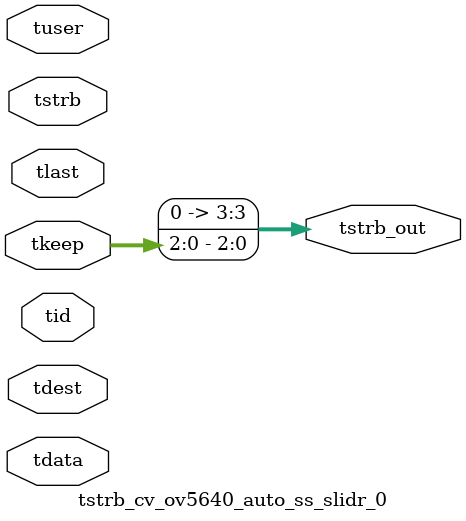
<source format=v>


`timescale 1ps/1ps

module tstrb_cv_ov5640_auto_ss_slidr_0 #
(
parameter C_S_AXIS_TDATA_WIDTH = 32,
parameter C_S_AXIS_TUSER_WIDTH = 0,
parameter C_S_AXIS_TID_WIDTH   = 0,
parameter C_S_AXIS_TDEST_WIDTH = 0,
parameter C_M_AXIS_TDATA_WIDTH = 32
)
(
input  [(C_S_AXIS_TDATA_WIDTH == 0 ? 1 : C_S_AXIS_TDATA_WIDTH)-1:0     ] tdata,
input  [(C_S_AXIS_TUSER_WIDTH == 0 ? 1 : C_S_AXIS_TUSER_WIDTH)-1:0     ] tuser,
input  [(C_S_AXIS_TID_WIDTH   == 0 ? 1 : C_S_AXIS_TID_WIDTH)-1:0       ] tid,
input  [(C_S_AXIS_TDEST_WIDTH == 0 ? 1 : C_S_AXIS_TDEST_WIDTH)-1:0     ] tdest,
input  [(C_S_AXIS_TDATA_WIDTH/8)-1:0 ] tkeep,
input  [(C_S_AXIS_TDATA_WIDTH/8)-1:0 ] tstrb,
input                                                                    tlast,
output [(C_M_AXIS_TDATA_WIDTH/8)-1:0 ] tstrb_out
);

assign tstrb_out = {tkeep[2:0]};

endmodule


</source>
